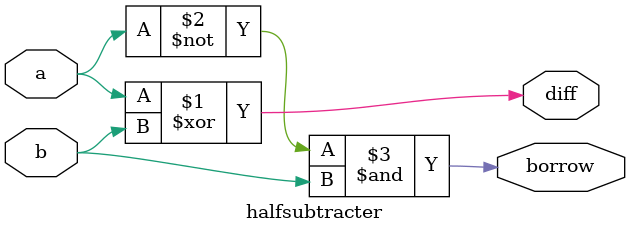
<source format=v>
module halfsubtracter (
    input  wire a, b,         // Inputs
    output wire diff, borrow  // Outputs
);

    // Logic equations
    assign diff   = a ^ b;     // XOR for difference
    assign borrow = ~a & b;    // Borrow when a < b

endmodule



</source>
